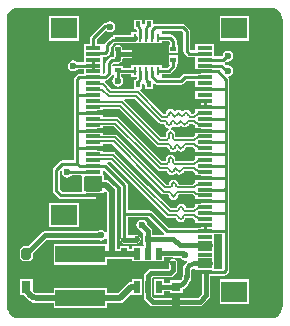
<source format=gtl>
G04*
G04 #@! TF.GenerationSoftware,Altium Limited,Altium Designer,21.3.2 (30)*
G04*
G04 Layer_Physical_Order=1*
G04 Layer_Color=255*
%FSLAX44Y44*%
%MOMM*%
G71*
G04*
G04 #@! TF.SameCoordinates,B60BEB59-0ECC-4B8A-8E76-113AF4395072*
G04*
G04*
G04 #@! TF.FilePolarity,Positive*
G04*
G01*
G75*
%ADD11C,0.2540*%
%ADD15C,0.1524*%
%ADD17R,1.3000X0.3000*%
%ADD18R,2.2000X1.8000*%
G04:AMPARAMS|DCode=19|XSize=1mm|YSize=0.8mm|CornerRadius=0mm|HoleSize=0mm|Usage=FLASHONLY|Rotation=90.000|XOffset=0mm|YOffset=0mm|HoleType=Round|Shape=Octagon|*
%AMOCTAGOND19*
4,1,8,0.2000,0.5000,-0.2000,0.5000,-0.4000,0.3000,-0.4000,-0.3000,-0.2000,-0.5000,0.2000,-0.5000,0.4000,-0.3000,0.4000,0.3000,0.2000,0.5000,0.0*
%
%ADD19OCTAGOND19*%

%ADD20R,0.8000X1.0000*%
%ADD21R,0.5000X0.4000*%
%ADD22R,0.4000X0.5000*%
%ADD23R,0.5500X1.0000*%
%ADD24R,0.7620X0.7620*%
%ADD25R,0.2800X0.6650*%
%ADD26R,2.4000X1.7000*%
%ADD27R,4.2000X1.4000*%
%ADD40C,0.5080*%
%ADD41C,0.3810*%
%ADD42C,0.6000*%
G36*
X217249Y252345D02*
X219690Y251334D01*
X221786Y249726D01*
X223394Y247630D01*
X224405Y245189D01*
X224746Y242598D01*
X224740Y242570D01*
Y0D01*
X224746Y-28D01*
X224405Y-2619D01*
X223394Y-5060D01*
X221786Y-7156D01*
X219690Y-8764D01*
X217249Y-9775D01*
X214658Y-10116D01*
X214630Y-10110D01*
X210820D01*
X2536Y-10110D01*
X2515Y-10110D01*
X1270Y-10110D01*
X62Y-9961D01*
X-1349Y-9775D01*
X-3790Y-8764D01*
X-5886Y-7156D01*
X-7494Y-5060D01*
X-8505Y-2619D01*
X-8846Y-28D01*
X-8840Y0D01*
Y240030D01*
Y243840D01*
X-8839D01*
X-8537Y246128D01*
X-7655Y248259D01*
X-6250Y250090D01*
X-4419Y251495D01*
X-2288Y252377D01*
X0Y252679D01*
Y252680D01*
X213360Y252680D01*
X214630D01*
X214658Y252686D01*
X217249Y252345D01*
D02*
G37*
%LPC*%
G36*
X105704Y242784D02*
X98656D01*
Y234736D01*
X100554D01*
X101371Y233835D01*
Y232284D01*
X96296D01*
Y229996D01*
X89114D01*
Y230024D01*
X81066D01*
Y228630D01*
X81001D01*
X79911Y228413D01*
X78987Y227795D01*
X78987Y227795D01*
X76726Y225534D01*
X76726Y225534D01*
X76726Y225534D01*
X74186Y222994D01*
X73594Y222109D01*
X72364Y221854D01*
Y221854D01*
X72364Y221854D01*
X67189D01*
Y225720D01*
X75045Y233576D01*
X75125Y233568D01*
X76622Y232568D01*
X78387Y232217D01*
X80152Y232568D01*
X81649Y233568D01*
X82648Y235065D01*
X82999Y236830D01*
X82648Y238595D01*
X81649Y240091D01*
X80152Y241091D01*
X78387Y241442D01*
X76622Y241091D01*
X75125Y240091D01*
X74914Y239774D01*
X74366D01*
X74366Y239774D01*
X73276Y239558D01*
X72351Y238940D01*
X72351Y238940D01*
X62326Y228914D01*
X61708Y227990D01*
X61491Y226900D01*
X61491Y226900D01*
Y221854D01*
X56316D01*
Y215806D01*
Y206611D01*
X50925D01*
X50695Y206956D01*
X49198Y207955D01*
X47433Y208307D01*
X45668Y207955D01*
X44172Y206956D01*
X43172Y205459D01*
X42821Y203694D01*
X43172Y201929D01*
X44172Y200432D01*
X45668Y199432D01*
X47433Y199081D01*
X49198Y199432D01*
X50695Y200432D01*
X51016Y200913D01*
X56316D01*
Y196679D01*
X52288D01*
X51198Y196462D01*
X50273Y195844D01*
X50273Y195844D01*
X48786Y194356D01*
X48168Y193432D01*
X47951Y192342D01*
X47951Y192342D01*
Y179070D01*
X47951Y179070D01*
X47951Y179070D01*
Y163830D01*
Y148590D01*
X47951Y148590D01*
X47951Y148590D01*
Y134620D01*
X47951Y134620D01*
X47951Y134620D01*
Y123499D01*
X38100D01*
X38100Y123499D01*
X37010Y123282D01*
X36086Y122664D01*
X36086Y122664D01*
X31006Y117584D01*
X30388Y116660D01*
X30171Y115570D01*
X30171Y115570D01*
Y97790D01*
X30171Y97790D01*
X30388Y96700D01*
X31006Y95776D01*
X34966Y91816D01*
X35890Y91198D01*
X36980Y90981D01*
X36980Y90981D01*
X64340D01*
X65430Y91198D01*
X66354Y91816D01*
X66972Y92740D01*
X67189Y93830D01*
X67089Y94331D01*
X67928Y95601D01*
X71179D01*
X71406Y95601D01*
X71406Y95601D01*
X72364Y95806D01*
Y95998D01*
X72572Y96084D01*
X73030Y96542D01*
X73197Y96947D01*
X74121Y97277D01*
X74686Y97254D01*
X75707Y96233D01*
X75749Y96025D01*
X75866Y95848D01*
Y62866D01*
X74596Y62481D01*
X74052Y63296D01*
X72555Y64296D01*
X70790Y64647D01*
X69025Y64296D01*
X67880Y63531D01*
X23175D01*
X23175Y63531D01*
X21837Y63265D01*
X20702Y62507D01*
X9200Y51004D01*
X4858D01*
X2096Y48242D01*
Y40718D01*
X4858Y37956D01*
X10382D01*
X13144Y40718D01*
Y45060D01*
X24623Y56538D01*
X67880D01*
X69025Y55773D01*
X70790Y55422D01*
X72555Y55773D01*
X74052Y56773D01*
X74596Y57588D01*
X75866Y57203D01*
Y53693D01*
X75864Y52424D01*
X30816D01*
Y35376D01*
X75864D01*
Y40047D01*
X96718D01*
Y37957D01*
X105266D01*
Y37957D01*
X106217D01*
Y37957D01*
X114765D01*
Y37957D01*
X115716Y37957D01*
Y37957D01*
X124264D01*
Y41394D01*
X128056D01*
Y41366D01*
X131837D01*
X132175Y41299D01*
X138056D01*
X138978Y39918D01*
X140475Y38918D01*
X142240Y38567D01*
X143243Y38767D01*
X143781Y37579D01*
X142933Y36928D01*
X141339Y34851D01*
X140337Y32432D01*
X139995Y29836D01*
X140014D01*
Y25552D01*
X140037Y25435D01*
X139639Y23435D01*
X138677Y21995D01*
X129285D01*
Y20066D01*
X124264D01*
Y23003D01*
X115716D01*
Y9955D01*
X124264D01*
Y13074D01*
X129285D01*
Y11327D01*
X139953D01*
Y14366D01*
X140787Y14711D01*
X143380Y16700D01*
X145369Y19293D01*
X146620Y22312D01*
X147046Y25552D01*
X147006D01*
Y29836D01*
X147008D01*
X147238Y30990D01*
X147892Y31969D01*
X148871Y32624D01*
X149456Y32740D01*
X150677Y31942D01*
X150726Y31873D01*
Y30806D01*
X155299D01*
X156042Y29536D01*
X155901Y28830D01*
X156118Y27740D01*
X156524Y27133D01*
Y10636D01*
X153072Y7184D01*
X134646D01*
X134646Y7184D01*
X134512Y7157D01*
X115897D01*
X113987Y9067D01*
Y16479D01*
Y23953D01*
X114478Y24444D01*
X129540D01*
X130878Y24710D01*
X132012Y25468D01*
X134552Y28008D01*
X134552Y28008D01*
X135310Y29142D01*
X135576Y30480D01*
Y36390D01*
X135310Y37728D01*
X134552Y38862D01*
X133418Y39620D01*
X132080Y39886D01*
X130742Y39620D01*
X129608Y38862D01*
X128850Y37728D01*
X128584Y36390D01*
Y31928D01*
X128092Y31436D01*
X113030D01*
X111692Y31170D01*
X110558Y30412D01*
X108019Y27873D01*
X107261Y26739D01*
X106995Y25401D01*
Y16479D01*
Y7619D01*
X107261Y6281D01*
X108019Y5147D01*
X111977Y1189D01*
X111977Y1189D01*
X113111Y431D01*
X114449Y165D01*
X114449Y165D01*
X134619D01*
X134753Y191D01*
X154520D01*
X155858Y457D01*
X156992Y1215D01*
X162492Y6715D01*
X162492Y6715D01*
X163250Y7850D01*
X163516Y9188D01*
Y26012D01*
X175042D01*
X175042Y26012D01*
X176132Y26229D01*
X177057Y26846D01*
X178544Y28334D01*
X178544Y28334D01*
X179162Y29258D01*
X179379Y30348D01*
Y63500D01*
X179379Y63500D01*
X179379Y63500D01*
Y78740D01*
X179379Y78740D01*
X179379Y78740D01*
Y88900D01*
X179379Y88900D01*
X179379Y88900D01*
Y100330D01*
Y109220D01*
X179379Y109220D01*
X179379Y109220D01*
Y118110D01*
X179379Y118110D01*
X179379Y118110D01*
Y129540D01*
X179379Y129540D01*
X179379Y129540D01*
Y138430D01*
X179379Y138430D01*
X179379Y138430D01*
Y148590D01*
X179379Y148590D01*
X179379Y148590D01*
Y158750D01*
X179379Y158750D01*
X179379Y158750D01*
Y168910D01*
X179379Y168910D01*
X179379Y168910D01*
Y182880D01*
Y191770D01*
X179379Y191770D01*
X179162Y192860D01*
X178634Y193650D01*
X178725Y194198D01*
X179090Y195035D01*
X179842Y195185D01*
X181339Y196185D01*
X182339Y197681D01*
X182690Y199446D01*
X182339Y201211D01*
X181339Y202708D01*
X179842Y203708D01*
X178077Y204059D01*
X176870Y203819D01*
X175744Y204944D01*
X175701Y205205D01*
X175986Y206499D01*
X176461Y206816D01*
X177095Y207449D01*
X178363Y207197D01*
X180128Y207548D01*
X181624Y208548D01*
X182624Y210045D01*
X182975Y211810D01*
X182624Y213575D01*
X181624Y215071D01*
X180128Y216071D01*
X178363Y216422D01*
X176597Y216071D01*
X175101Y215071D01*
X174101Y213575D01*
X173837Y212250D01*
X173267Y211679D01*
X166774D01*
Y221854D01*
X150726D01*
Y216679D01*
X146760D01*
X146359Y217080D01*
Y233040D01*
X146359Y233040D01*
X146142Y234130D01*
X145524Y235054D01*
X142344Y238234D01*
X141420Y238852D01*
X140330Y239069D01*
X140330Y239069D01*
X116732D01*
X116732Y239069D01*
X115973Y238918D01*
X114999Y239469D01*
X114703Y239752D01*
Y242783D01*
X107655D01*
Y239222D01*
X107190Y238670D01*
X105905Y238749D01*
X105710Y238847D01*
X105704Y238855D01*
Y242784D01*
D02*
G37*
G36*
X196244Y245854D02*
X171196D01*
Y224806D01*
X196244D01*
Y245854D01*
D02*
G37*
G36*
X51894D02*
X26846D01*
Y224806D01*
X51894D01*
Y245854D01*
D02*
G37*
G36*
Y87854D02*
X26846D01*
Y66806D01*
X51894D01*
Y87854D01*
D02*
G37*
G36*
X196244Y22854D02*
X171196D01*
Y1806D01*
X196244D01*
Y22854D01*
D02*
G37*
G36*
X13144Y23004D02*
X2096D01*
Y9956D01*
X5134D01*
X5282Y9599D01*
X7469Y6749D01*
X10319Y4562D01*
X13638Y3187D01*
X17200Y2718D01*
Y2756D01*
X30816D01*
Y-1624D01*
X75864D01*
Y2886D01*
X87040D01*
X88626Y3202D01*
X89970Y4100D01*
X95511Y9641D01*
X96718Y9955D01*
Y9955D01*
X96718Y9955D01*
X105266D01*
Y23003D01*
X96718D01*
Y20623D01*
X96489D01*
X94904Y20308D01*
X93559Y19409D01*
X85324Y11174D01*
X75864D01*
Y15424D01*
X30816D01*
Y11044D01*
X17200D01*
X17054Y11014D01*
X15097Y11404D01*
X13315Y12595D01*
X13144Y12850D01*
Y23004D01*
D02*
G37*
%LPD*%
G36*
X140661Y231860D02*
Y215900D01*
X140661Y215900D01*
X140878Y214810D01*
X141496Y213886D01*
X143566Y211816D01*
X143566Y211816D01*
X144490Y211198D01*
X145580Y210981D01*
X145580Y210981D01*
X150726D01*
Y200806D01*
X155299D01*
X156042Y199536D01*
X155901Y198830D01*
X156042Y198124D01*
X155299Y196854D01*
X150726D01*
Y196679D01*
X141760D01*
X141760Y196679D01*
X140670Y196462D01*
X139746Y195844D01*
X139746Y195844D01*
X137209Y193308D01*
X122487D01*
X122144Y194436D01*
X122144D01*
Y196436D01*
X128165D01*
X128165Y196436D01*
X129255Y196653D01*
X130180Y197271D01*
X134094Y201186D01*
X134094Y201186D01*
X134712Y202110D01*
X134929Y203200D01*
X134929Y203200D01*
Y205336D01*
X136104D01*
Y212384D01*
X128056D01*
Y205336D01*
X128473D01*
X128917Y204066D01*
X126985Y202134D01*
X122144D01*
Y204134D01*
X96296D01*
Y202134D01*
X89114D01*
Y203494D01*
X81066D01*
X80319Y204454D01*
Y204560D01*
X81149Y205390D01*
X84361D01*
X84361Y205390D01*
X84933Y205504D01*
X85091Y205473D01*
X86429Y205739D01*
X87563Y206497D01*
X88321Y207631D01*
X88587Y208969D01*
X89318Y209988D01*
X108594D01*
X109220Y209864D01*
X110558Y210130D01*
X111692Y210888D01*
X112450Y212022D01*
X112716Y213360D01*
X112450Y214698D01*
X111692Y215832D01*
X111568Y215957D01*
X110433Y216715D01*
X109095Y216981D01*
X89317D01*
X88587Y218000D01*
X88320Y219338D01*
X87563Y220472D01*
X87563Y220472D01*
X87562Y220472D01*
X86428Y221230D01*
X85090Y221496D01*
X83752Y221230D01*
X82618Y220472D01*
X81860Y219338D01*
X81594Y218000D01*
X81594Y217998D01*
Y211088D01*
X79969D01*
X79969Y211088D01*
X78879Y210871D01*
X77955Y210254D01*
X77955Y210254D01*
X75456Y207754D01*
X74838Y206830D01*
X74621Y205740D01*
X74621Y205740D01*
Y198030D01*
X73634Y197043D01*
X72364Y197557D01*
Y211211D01*
X74360D01*
X74360Y211211D01*
X75450Y211428D01*
X76374Y212046D01*
X78214Y213886D01*
X78214Y213886D01*
X78832Y214810D01*
X79049Y215900D01*
X79049Y215900D01*
Y219800D01*
X80754Y221506D01*
X80754Y221506D01*
X82181Y222932D01*
X84371D01*
X84371Y222932D01*
X84591Y222976D01*
X89114D01*
Y223004D01*
X96296D01*
Y222586D01*
X122144D01*
Y224586D01*
X128255D01*
X129232Y223609D01*
Y221383D01*
X128057D01*
Y214335D01*
X136105D01*
Y221383D01*
X134930D01*
Y224789D01*
X134930Y224789D01*
X134713Y225879D01*
X134095Y226803D01*
X134095Y226804D01*
X131449Y229449D01*
X130525Y230067D01*
X129435Y230284D01*
X129435Y230284D01*
X122144D01*
Y232284D01*
X122144D01*
X122585Y233371D01*
X139150D01*
X140661Y231860D01*
D02*
G37*
G36*
X150726Y185806D02*
X155299D01*
X156042Y184536D01*
X155901Y183830D01*
X156042Y183124D01*
X155299Y181854D01*
X150726D01*
Y175806D01*
X155299D01*
X156042Y174536D01*
X155901Y173830D01*
Y168830D01*
X156042Y168124D01*
X155299Y166854D01*
X150726D01*
Y164557D01*
X150516Y164515D01*
X149760Y164010D01*
X148689Y162939D01*
X146881D01*
X146711Y163796D01*
X145841Y165098D01*
X144538Y165968D01*
X143002Y166273D01*
X141466Y165968D01*
X140164Y165098D01*
X139236D01*
X137934Y165968D01*
X136398Y166273D01*
X134862Y165968D01*
X133560Y165098D01*
X132643Y165757D01*
X132633Y165769D01*
X132633Y165769D01*
X131330Y166640D01*
X129794Y166945D01*
X128258Y166640D01*
X126956Y165769D01*
X126086Y164467D01*
X125781Y162939D01*
X123772D01*
X104045Y182666D01*
X104571Y183936D01*
X105704D01*
Y187865D01*
X105710Y187873D01*
X105905Y187971D01*
X107190Y188050D01*
X107655Y187497D01*
Y183935D01*
X114703D01*
Y188219D01*
X115877Y188705D01*
X116136Y188445D01*
X117060Y187827D01*
X118151Y187611D01*
X118151Y187611D01*
X138389D01*
X138389Y187611D01*
X139480Y187827D01*
X140404Y188445D01*
X142940Y190981D01*
X150726D01*
Y185806D01*
D02*
G37*
G36*
X96296Y194436D02*
X101371D01*
Y192885D01*
X100554Y191984D01*
X98656D01*
Y183941D01*
X79654D01*
X73884Y189711D01*
X73888Y189835D01*
X74283Y190981D01*
X74450D01*
X74450Y190981D01*
X75540Y191198D01*
X76464Y191816D01*
X79484Y194836D01*
X79484Y194836D01*
X80102Y195760D01*
X80971Y196378D01*
X81215Y196327D01*
X82241Y195510D01*
Y194037D01*
X81828Y193762D01*
X80829Y192265D01*
X80477Y190500D01*
X80829Y188735D01*
X81828Y187238D01*
X83325Y186238D01*
X85090Y185887D01*
X86855Y186238D01*
X88352Y187238D01*
X89352Y188735D01*
X89703Y190500D01*
X89352Y192265D01*
X88352Y193762D01*
X87939Y194037D01*
Y196436D01*
X96296D01*
Y194436D01*
D02*
G37*
G36*
X149760Y153650D02*
X150516Y153145D01*
X150726Y153103D01*
Y150806D01*
X155299D01*
X156042Y149536D01*
X155901Y148830D01*
X156042Y148124D01*
X155299Y146854D01*
X150726D01*
Y144557D01*
X150516Y144515D01*
X149760Y144010D01*
X148689Y142939D01*
X133776D01*
Y145663D01*
X133808D01*
X133503Y147199D01*
X132633Y148502D01*
X131330Y149372D01*
X130286Y149579D01*
X130160Y150001D01*
X130152Y150901D01*
X131236Y151625D01*
X131307Y151731D01*
X132953Y152034D01*
X133465Y151692D01*
X135001Y151387D01*
X136537Y151692D01*
X137839Y152562D01*
X139182Y152285D01*
X140069Y151692D01*
X141605Y151387D01*
X143141Y151692D01*
X144444Y152562D01*
X145314Y153865D01*
X145484Y154721D01*
X148689D01*
X149760Y153650D01*
D02*
G37*
G36*
X117732Y157358D02*
X119686Y155404D01*
X120442Y154899D01*
X121334Y154721D01*
X123220D01*
X124383Y154463D01*
X124689Y152927D01*
X125559Y151625D01*
X126861Y150755D01*
X127905Y150547D01*
X128032Y150125D01*
X128039Y149225D01*
X126956Y148502D01*
X126086Y147199D01*
X125780Y145663D01*
X125812D01*
Y142939D01*
X121926D01*
X90412Y174453D01*
X90815Y175649D01*
X90874Y175723D01*
X99367D01*
X117732Y157358D01*
D02*
G37*
G36*
X117840Y135404D02*
X118596Y134899D01*
X119488Y134721D01*
X126673D01*
X127812Y134404D01*
X128118Y132868D01*
X128988Y131565D01*
X130290Y130695D01*
X131826Y130390D01*
X133362Y130695D01*
X134665Y131565D01*
X134982Y132041D01*
X135592D01*
X136894Y131170D01*
X138430Y130865D01*
X139966Y131170D01*
X141269Y132041D01*
X142139Y133343D01*
X142413Y134721D01*
X148689D01*
X149760Y133650D01*
X150516Y133145D01*
X150726Y133103D01*
Y130806D01*
X155299D01*
X156042Y129536D01*
X155901Y128830D01*
X156042Y128124D01*
X155299Y126854D01*
X150726D01*
Y124557D01*
X150516Y124515D01*
X149760Y124010D01*
X148689Y122939D01*
X133776D01*
Y124628D01*
X133808D01*
X133503Y126164D01*
X132633Y127466D01*
X131330Y128336D01*
X129794Y128642D01*
X128258Y128336D01*
X126956Y127466D01*
X126086Y126164D01*
X125780Y124628D01*
X125812D01*
Y122939D01*
X122876D01*
X113383Y132433D01*
X86059Y159756D01*
X85303Y160261D01*
X84411Y160439D01*
X72364D01*
Y161854D01*
X67791D01*
X67048Y163124D01*
X67189Y163830D01*
X67048Y164536D01*
X67791Y165806D01*
X72364D01*
Y167221D01*
X86023D01*
X117840Y135404D01*
D02*
G37*
G36*
X108829Y125365D02*
X118790Y115404D01*
X119546Y114899D01*
X120438Y114721D01*
X126581D01*
X126847Y113381D01*
X127718Y112079D01*
X129020Y111209D01*
X130556Y110903D01*
X132092Y111209D01*
X133203Y111951D01*
X134322Y112562D01*
X135624Y111692D01*
X137160Y111387D01*
X138696Y111692D01*
X139999Y112562D01*
X140869Y113865D01*
X141039Y114721D01*
X148689D01*
X149760Y113650D01*
X150516Y113145D01*
X150726Y113103D01*
Y110806D01*
X155299D01*
X156042Y109536D01*
X155901Y108830D01*
X156042Y108124D01*
X155299Y106854D01*
X150726D01*
Y104557D01*
X150516Y104515D01*
X149760Y104010D01*
X148689Y102939D01*
X137348D01*
X136348Y103592D01*
X136043Y105128D01*
X135173Y106431D01*
X133870Y107301D01*
X132334Y107606D01*
X130798Y107301D01*
X129496Y106431D01*
X128625Y105128D01*
X128320Y103592D01*
X127321Y102939D01*
X126366D01*
X118463Y110843D01*
X118463Y110843D01*
X84549Y144756D01*
X83793Y145261D01*
X82901Y145439D01*
X72364D01*
Y146854D01*
X67791D01*
X67048Y148124D01*
X67189Y148830D01*
X67048Y149536D01*
X67791Y150806D01*
X72364D01*
Y152221D01*
X81973D01*
X108829Y125365D01*
D02*
G37*
G36*
X71863Y109897D02*
X71863Y97709D01*
X71406Y97251D01*
X57250Y97251D01*
X56569Y97823D01*
Y109839D01*
X57219Y110490D01*
X71270D01*
X71863Y109897D01*
D02*
G37*
G36*
X37826Y114469D02*
X37655Y113609D01*
X38007Y111844D01*
X39007Y110347D01*
X40503Y109347D01*
X42268Y108996D01*
X44033Y109347D01*
X45530Y110347D01*
X45880Y110871D01*
X54230D01*
X54919Y109839D01*
Y97823D01*
X54763Y97503D01*
X54015Y96679D01*
X38160D01*
X35869Y98970D01*
Y114333D01*
X36744Y115033D01*
X37826Y114469D01*
D02*
G37*
G36*
X113909Y103775D02*
X113909Y103775D01*
X122280Y95404D01*
X123036Y94899D01*
X123928Y94721D01*
X127183D01*
X128182Y94068D01*
X128488Y92532D01*
X129358Y91229D01*
X130660Y90359D01*
X132197Y90054D01*
X133733Y90359D01*
X135035Y91229D01*
X135905Y92532D01*
X136211Y94068D01*
X137210Y94721D01*
X148689D01*
X149760Y93650D01*
X150516Y93145D01*
X150726Y93103D01*
Y90806D01*
X155299D01*
X156042Y89536D01*
X155901Y88830D01*
X156042Y88124D01*
X155299Y86854D01*
X150726D01*
Y84557D01*
X150516Y84515D01*
X149760Y84010D01*
X148689Y82939D01*
X142622D01*
X142393Y84093D01*
X141523Y85395D01*
X140220Y86265D01*
X138684Y86571D01*
X137148Y86265D01*
X135846Y85395D01*
X134976Y84093D01*
X134746Y82939D01*
X129856D01*
X110843Y101952D01*
X110843Y101953D01*
X83039Y129756D01*
X82283Y130261D01*
X81391Y130439D01*
X72364D01*
Y131854D01*
X67791D01*
X67048Y133124D01*
X67189Y133830D01*
X67048Y134536D01*
X67791Y135806D01*
X72364D01*
Y137221D01*
X80463D01*
X113909Y103775D01*
D02*
G37*
G36*
X106289Y94885D02*
X125770Y75404D01*
X126526Y74899D01*
X127418Y74721D01*
X134365D01*
X134594Y73567D01*
X135465Y72265D01*
X136767Y71395D01*
X138303Y71089D01*
X139839Y71395D01*
X141142Y72265D01*
X142012Y73567D01*
X142241Y74721D01*
X148689D01*
X149760Y73650D01*
X150516Y73145D01*
X150726Y73103D01*
Y70806D01*
X155299D01*
X156042Y69536D01*
X155901Y68830D01*
Y66679D01*
X127850D01*
X114050Y80479D01*
X113126Y81096D01*
X112036Y81313D01*
X112035Y81313D01*
X93527D01*
Y102362D01*
X93527Y102362D01*
X93310Y103452D01*
X92692Y104376D01*
X92692Y104376D01*
X76224Y120844D01*
X76065Y120951D01*
X76450Y122221D01*
X78953D01*
X106289Y94885D01*
D02*
G37*
G36*
X87829Y101182D02*
Y78464D01*
Y58448D01*
X87448Y57877D01*
X87182Y56539D01*
X87448Y55201D01*
X88206Y54067D01*
X89340Y53309D01*
X90678Y53043D01*
X100799D01*
X102137Y53309D01*
X103271Y54067D01*
X103382Y54178D01*
X104140Y55312D01*
X104406Y56650D01*
Y57150D01*
X104140Y58488D01*
X103382Y59622D01*
X102248Y60380D01*
X100910Y60646D01*
X99572Y60380D01*
X99056Y60035D01*
X93527D01*
Y75616D01*
X110856D01*
X124556Y61915D01*
X124509Y61495D01*
X124121Y60645D01*
X113986D01*
Y63500D01*
X113986Y63500D01*
X113720Y64838D01*
X112962Y65972D01*
X109940Y68994D01*
X109671Y70345D01*
X108672Y71842D01*
X107175Y72842D01*
X105410Y73193D01*
X103645Y72842D01*
X102148Y71842D01*
X101149Y70345D01*
X100797Y68580D01*
X101149Y66815D01*
X102148Y65318D01*
X103645Y64318D01*
X104996Y64050D01*
X106602Y62443D01*
X106385Y61173D01*
X106385D01*
Y53125D01*
X106697D01*
X106913Y51855D01*
X106217Y51005D01*
X105266D01*
Y51005D01*
X96718D01*
Y48334D01*
X94701D01*
Y51064D01*
X86653D01*
Y48334D01*
X84154D01*
Y95848D01*
X84271Y96025D01*
X84623Y97790D01*
X84271Y99555D01*
X83272Y101052D01*
X81775Y102051D01*
X81567Y102093D01*
X77940Y105720D01*
X76596Y106618D01*
X75010Y106934D01*
X73513D01*
Y109897D01*
X73030Y111063D01*
X72436Y111656D01*
X72364Y111686D01*
Y114851D01*
X73634Y115377D01*
X87829Y101182D01*
D02*
G37*
G36*
X173681Y31709D02*
X166774D01*
Y35654D01*
X166913Y36351D01*
X166774Y37049D01*
Y40806D01*
Y45806D01*
Y50806D01*
Y51054D01*
X166857Y51472D01*
X166774Y51890D01*
Y55806D01*
Y60981D01*
X173681D01*
Y31709D01*
D02*
G37*
D11*
X104220Y233835D02*
G03*
X102180Y238760I-6965J0D01*
G01*
X111179Y238759D02*
G03*
X109220Y234029I4730J-4730D01*
G01*
Y192689D02*
G03*
X111179Y187959I6689J0D01*
G01*
X102180Y187960D02*
G03*
X104220Y192885I-4925J4925D01*
G01*
X176530Y30348D02*
Y63500D01*
X158750Y63830D02*
X176200D01*
X176530Y63500D01*
Y182880D02*
Y191770D01*
X158750Y28830D02*
X158781Y28861D01*
X175042D01*
X176530Y30348D01*
Y63500D02*
Y78740D01*
X52620Y118830D02*
X74210D01*
X90678Y78464D02*
Y102362D01*
X74210Y118830D02*
X90678Y102362D01*
Y56539D02*
Y78464D01*
X126670Y63830D02*
X158750D01*
X112036Y78464D02*
X126670Y63830D01*
X90678Y78464D02*
X112036D01*
X176530Y168910D02*
Y182880D01*
X175580Y183830D02*
X176530Y182880D01*
X158750Y183830D02*
X175580D01*
X176530Y158750D02*
Y168910D01*
X158750Y168830D02*
X176450D01*
X176530Y168910D01*
X158750Y168830D02*
Y173830D01*
X176530Y148590D02*
Y158750D01*
X176450Y158830D02*
X176530Y158750D01*
X158750Y158830D02*
X176450D01*
X176530Y138430D02*
Y148590D01*
X158750Y148830D02*
X176290D01*
X176530Y148590D01*
Y129540D02*
Y138430D01*
X176130Y138830D02*
X176530Y138430D01*
X158750Y138830D02*
X176130D01*
X176530Y118110D02*
Y129540D01*
X175820Y128830D02*
X176530Y129540D01*
X158750Y128830D02*
X175820D01*
X176530Y109220D02*
Y118110D01*
X175810Y118830D02*
X176530Y118110D01*
X158750Y118830D02*
X175810D01*
X176530Y100330D02*
Y109220D01*
X158750Y108830D02*
X176140D01*
X176530Y109220D01*
Y88900D02*
Y100330D01*
X158750Y98830D02*
X175030D01*
X176530Y100330D01*
Y78740D02*
Y88900D01*
X158750Y88830D02*
X176460D01*
X176530Y88900D01*
X176440Y78830D02*
X176530Y78740D01*
X158750Y78830D02*
X176440D01*
X169470Y198830D02*
X176530Y191770D01*
X158750Y198830D02*
X169470D01*
X158750Y63830D02*
Y68830D01*
X85090Y190500D02*
Y199970D01*
X85775Y199285D01*
X99220D01*
X33020Y115570D02*
X38100Y120650D01*
X50800D01*
X33020Y97790D02*
Y115570D01*
X36980Y93830D02*
X64340D01*
X33020Y97790D02*
X36980Y93830D01*
X50800Y163830D02*
Y179070D01*
Y148590D02*
Y163830D01*
X64340D01*
X50800Y134620D02*
Y148590D01*
X51040Y148830D02*
X64340D01*
X50800Y148590D02*
X51040Y148830D01*
X50800Y120650D02*
Y134620D01*
X51590Y133830D01*
X64340D01*
X50800Y179070D02*
Y192342D01*
Y179070D02*
X51040Y178830D01*
X64340D01*
X52288Y193830D02*
X64340D01*
X50800Y192342D02*
X52288Y193830D01*
X50800Y120650D02*
X52620Y118830D01*
X172830Y203830D02*
X177214Y199446D01*
X158750Y203830D02*
X172830D01*
X177214Y199446D02*
X178077D01*
X158750Y208830D02*
X174447D01*
X177426Y211810D01*
X178363D01*
X42379Y113720D02*
X64229D01*
X64272Y203762D02*
X64340Y203830D01*
X42268Y113609D02*
X42379Y113720D01*
X47433Y203694D02*
X47501Y203762D01*
X64229Y113720D02*
X64340Y113830D01*
X47501Y203762D02*
X64272D01*
X79969Y208239D02*
X84361D01*
X77470Y205740D02*
X79969Y208239D01*
X84361D02*
X85091Y208969D01*
X77470Y196850D02*
Y205740D01*
X74450Y193830D02*
X77470Y196850D01*
X64340Y193830D02*
X74450D01*
X64340Y203830D02*
Y208830D01*
Y198830D02*
Y203830D01*
Y226900D02*
X74366Y236926D01*
X78381D01*
X64340Y218830D02*
Y226900D01*
X84371Y225781D02*
X85090Y226500D01*
X78740Y223520D02*
X78740D01*
X81001Y225781D02*
X84371D01*
X78740Y223520D02*
X81001Y225781D01*
X76200Y220980D02*
X78740Y223520D01*
X76200Y215900D02*
Y220980D01*
X64570Y214060D02*
X74360D01*
X76200Y215900D01*
X64340Y213830D02*
X64570Y214060D01*
X140330Y236220D02*
X143510Y233040D01*
X116732Y236220D02*
X140330D01*
X143510Y215900D02*
Y233040D01*
X132081Y217859D02*
Y224789D01*
X129435Y227435D02*
X132081Y224789D01*
X119220Y227435D02*
X129435D01*
X132080Y203200D02*
Y208860D01*
X128165Y199285D02*
X132080Y203200D01*
X119220Y199285D02*
X128165D01*
X138389Y190459D02*
X141760Y193830D01*
X114350Y194260D02*
X118151Y190459D01*
X138389D01*
X141760Y193830D02*
X158750D01*
X114350Y194260D02*
Y199155D01*
X114220Y199285D02*
X114350Y199155D01*
X145580Y213830D02*
X158750D01*
X143510Y215900D02*
X145580Y213830D01*
X114220Y227435D02*
Y233708D01*
X116732Y236220D01*
X104220Y227435D02*
Y233835D01*
X109220Y227435D02*
Y234029D01*
Y192689D02*
Y199285D01*
X104220Y192885D02*
Y199285D01*
D15*
X140462Y117052D02*
G03*
X138811Y115401I0J-1651D01*
G01*
X135509Y115401D02*
G03*
X138811Y115401I1651J0D01*
G01*
X135509Y115401D02*
G03*
X132207Y115401I-1651J0D01*
G01*
X128905Y114917D02*
G03*
X132207Y114917I1651J0D01*
G01*
X128905Y115401D02*
G03*
X127254Y117052I-1651J0D01*
G01*
X141732Y137052D02*
G03*
X140081Y135401I0J-1651D01*
G01*
X136779Y134879D02*
G03*
X140081Y134879I1651J0D01*
G01*
X136779Y135401D02*
G03*
X133477Y135401I-1651J0D01*
G01*
X130175Y134404D02*
G03*
X133477Y134404I1651J0D01*
G01*
X130175Y135401D02*
G03*
X128524Y137052I-1651J0D01*
G01*
X133985Y102259D02*
G03*
X135636Y100608I1651J0D01*
G01*
X133985Y103592D02*
G03*
X130683Y103592I-1651J0D01*
G01*
X129032Y100608D02*
G03*
X130683Y102259I0J1651D01*
G01*
X144653Y162259D02*
G03*
X146304Y160608I1651J0D01*
G01*
X144653Y162259D02*
G03*
X141351Y162259I-1651J0D01*
G01*
X138049Y162259D02*
G03*
X141351Y162259I1651J0D01*
G01*
X138049Y162259D02*
G03*
X134747Y162259I-1651J0D01*
G01*
X131445Y162259D02*
G03*
X134747Y162259I1651J0D01*
G01*
X131445Y162931D02*
G03*
X128143Y162931I-1651J0D01*
G01*
X126492Y160608D02*
G03*
X128143Y162259I0J1651D01*
G01*
X144907Y157052D02*
G03*
X143256Y155401I0J-1651D01*
G01*
X139954Y155401D02*
G03*
X143256Y155401I1651J0D01*
G01*
X139954Y155401D02*
G03*
X136652Y155401I-1651J0D01*
G01*
X133350Y155401D02*
G03*
X136652Y155401I1651J0D01*
G01*
X133350Y155401D02*
G03*
X130048Y155401I-1651J0D01*
G01*
X126746Y154463D02*
G03*
X130048Y154463I1651J0D01*
G01*
X126746Y155401D02*
G03*
X125095Y157052I-1651J0D01*
G01*
X131445Y142259D02*
G03*
X133096Y140608I1651J0D01*
G01*
X131445Y145663D02*
G03*
X128143Y145663I-1651J0D01*
G01*
X126492Y140608D02*
G03*
X128143Y142259I0J1651D01*
G01*
X131445Y122259D02*
G03*
X133096Y120608I1651J0D01*
G01*
X131445Y124628D02*
G03*
X128143Y124628I-1651J0D01*
G01*
X126492Y120608D02*
G03*
X128143Y122259I0J1651D01*
G01*
X135499Y97052D02*
G03*
X133848Y95401I0J-1651D01*
G01*
X130546Y94068D02*
G03*
X133848Y94068I1651J0D01*
G01*
X130546Y95401D02*
G03*
X128895Y97052I-1651J0D01*
G01*
X141605Y77052D02*
G03*
X139954Y75401I0J-1651D01*
G01*
X136652Y75104D02*
G03*
X139954Y75104I1651J0D01*
G01*
X136652Y75401D02*
G03*
X135001Y77052I-1651J0D01*
G01*
X140335Y82259D02*
G03*
X141986Y80608I1651J0D01*
G01*
X140335Y82556D02*
G03*
X137033Y82556I-1651J0D01*
G01*
X135382Y80608D02*
G03*
X137033Y82259I0J1651D01*
G01*
X140462Y117052D02*
X146050D01*
X138811Y115401D02*
Y115401D01*
X135509Y115401D02*
Y115401D01*
X132207Y114917D02*
Y115401D01*
X128905Y114917D02*
Y115401D01*
X123190Y117052D02*
X127254D01*
X146050D02*
X149654D01*
X120438D02*
X123190D01*
X149654D02*
X151408Y115298D01*
X141732Y137052D02*
X147320D01*
X140081Y134879D02*
Y135401D01*
X136779Y134879D02*
Y135401D01*
X133477Y134404D02*
Y135401D01*
X130175Y134404D02*
Y135401D01*
X124460Y137052D02*
X128524D01*
X147320D02*
X149654D01*
X119488D02*
X124460D01*
X135636Y100608D02*
X144711D01*
X133985Y102259D02*
Y103592D01*
X130683Y102259D02*
Y103592D01*
X128270Y100608D02*
X129032D01*
X144711D02*
X149654D01*
X153750Y163830D02*
X156339D01*
X152282Y162362D02*
X153750Y163830D01*
X151408Y162362D02*
X152282D01*
X149654Y160608D02*
X151408Y162362D01*
X146304Y160608D02*
X149654D01*
X144653Y162259D02*
Y162259D01*
X141351Y162259D02*
Y162259D01*
X138049Y162259D02*
Y162259D01*
X134747Y162259D02*
Y162259D01*
X131445Y162259D02*
Y162931D01*
X128143Y162259D02*
Y162931D01*
X125730Y160608D02*
X126492D01*
X156339Y163830D02*
X158750D01*
X152282Y155298D02*
X152375Y155205D01*
X151408Y155298D02*
X152282D01*
X149654Y157052D02*
X151408Y155298D01*
X144907Y157052D02*
X149654D01*
X143256Y155401D02*
Y155401D01*
X139954Y155401D02*
Y155401D01*
X136652Y155401D02*
Y155401D01*
X133350Y155401D02*
Y155401D01*
X130048Y154463D02*
Y155401D01*
X126746Y154463D02*
Y155401D01*
X121334Y157052D02*
X125095D01*
X119380Y159006D02*
X121334Y157052D01*
X152375Y155205D02*
X153750Y153830D01*
X100332Y178054D02*
X119380Y159006D01*
X122807Y160608D02*
X125730D01*
X133096Y140608D02*
X144780D01*
X131445Y142259D02*
Y145663D01*
X128143Y142259D02*
Y145663D01*
X125730Y140608D02*
X126492D01*
X144780D02*
X149654D01*
X120961D02*
X125730D01*
X84411Y158108D02*
X111734Y130785D01*
X121911Y120608D01*
X82938Y154552D02*
X110477Y127013D01*
Y127013D02*
X120438Y117052D01*
X110477Y127013D02*
Y127013D01*
X121911Y120608D02*
X125730D01*
X65062Y158108D02*
X84411D01*
X65062Y154552D02*
X82938D01*
X133096Y120608D02*
X140970D01*
X131445Y122259D02*
Y124628D01*
X128143Y122259D02*
Y124628D01*
X125730Y120608D02*
X126492D01*
X140970D02*
X149654D01*
X145048Y97052D02*
X149654D01*
X135499D02*
X145048D01*
X133848Y94068D02*
Y95401D01*
X130546Y94068D02*
Y95401D01*
X124831Y97052D02*
X128895D01*
X123928D02*
X124831D01*
X115557Y105423D02*
X123928Y97052D01*
X125401Y100608D02*
X128270D01*
X141605Y77052D02*
X148273D01*
X139954Y75104D02*
Y75401D01*
X136652Y75104D02*
Y75401D01*
X130937Y77052D02*
X135001D01*
X148273D02*
X149654D01*
X141986Y80608D02*
X149654D01*
X140335Y82259D02*
Y82556D01*
X137033Y82259D02*
Y82556D01*
X134620Y80608D02*
X135382D01*
X128891D02*
X134620D01*
X81391Y128108D02*
X109194Y100304D01*
X107937Y96533D02*
X127418Y77052D01*
X130937D01*
X151408Y75298D02*
X152282D01*
X149654Y77052D02*
X151408Y75298D01*
X65062Y173108D02*
X88461D01*
X86988Y169552D02*
X119488Y137052D01*
X88461Y173108D02*
X120961Y140608D01*
X65062Y169552D02*
X86988D01*
X71759Y183511D02*
X77216Y178054D01*
X100332D01*
X78689Y181610D02*
X101805D01*
X72207Y188092D02*
X78689Y181610D01*
X101805D02*
X122807Y160608D01*
X65078Y188092D02*
X72207D01*
X64340Y188830D02*
X65078Y188092D01*
X64659Y183511D02*
X71759D01*
X64340Y183830D02*
X64659Y183511D01*
X153750Y153830D02*
X158750D01*
X64340Y168830D02*
X65062Y169552D01*
X152282Y135298D02*
X153750Y133830D01*
X151408Y135298D02*
X152282D01*
X64340Y173830D02*
X65062Y173108D01*
X149654Y137052D02*
X151408Y135298D01*
X153750Y143830D02*
X158750D01*
X152282Y142362D02*
X153750Y143830D01*
X151408Y142362D02*
X152282D01*
X153750Y133830D02*
X158750D01*
X149654Y140608D02*
X151408Y142362D01*
X153750Y113830D02*
X158750D01*
X151408Y115298D02*
X152282D01*
X151408Y122362D02*
X152282D01*
X153750Y123830D02*
X158750D01*
X152282Y115298D02*
X153750Y113830D01*
X149654Y120608D02*
X151408Y122362D01*
X152282D02*
X153750Y123830D01*
X64340Y153830D02*
X65062Y154552D01*
X64340Y158830D02*
X65062Y158108D01*
X153750Y93830D02*
X158750D01*
X152282Y95298D02*
X153750Y93830D01*
X116814Y109194D02*
X125401Y100608D01*
X149654D02*
X151408Y102362D01*
Y95298D02*
X152282D01*
Y102362D02*
X153750Y103830D01*
X149654Y97052D02*
X151408Y95298D01*
Y102362D02*
X152282D01*
X153750Y103830D02*
X158750D01*
X82901Y143108D02*
X116814Y109194D01*
X115557Y105423D02*
Y105423D01*
X65062Y143108D02*
X82901D01*
X81428Y139552D02*
X115557Y105423D01*
X64340Y143830D02*
X65062Y143108D01*
X64340Y138830D02*
X65062Y139552D01*
X81428D01*
X153750Y73830D02*
X158750D01*
X152282Y75298D02*
X153750Y73830D01*
X109194Y100304D02*
X128891Y80608D01*
X151408Y82362D02*
X152282D01*
X149654Y80608D02*
X151408Y82362D01*
X153750Y83830D02*
X158750D01*
X152282Y82362D02*
X153750Y83830D01*
X107937Y96533D02*
Y96533D01*
X79918Y124552D02*
X107937Y96533D01*
X65062Y128108D02*
X81391D01*
X65062Y124552D02*
X79918D01*
X64340Y128830D02*
X65062Y128108D01*
X64340Y123830D02*
X65062Y124552D01*
X110200Y44772D02*
X110491Y44481D01*
D17*
X158750Y218830D02*
D03*
Y213830D02*
D03*
Y208830D02*
D03*
Y203830D02*
D03*
Y198830D02*
D03*
Y193830D02*
D03*
Y188830D02*
D03*
Y183830D02*
D03*
Y178830D02*
D03*
Y173830D02*
D03*
Y168830D02*
D03*
Y163830D02*
D03*
Y158830D02*
D03*
Y153830D02*
D03*
Y148830D02*
D03*
Y143830D02*
D03*
Y138830D02*
D03*
Y133830D02*
D03*
Y128830D02*
D03*
Y123830D02*
D03*
Y118830D02*
D03*
Y113830D02*
D03*
Y108830D02*
D03*
Y103830D02*
D03*
Y98830D02*
D03*
Y93830D02*
D03*
Y88830D02*
D03*
Y83830D02*
D03*
Y78830D02*
D03*
Y73830D02*
D03*
Y58830D02*
D03*
Y53830D02*
D03*
Y48830D02*
D03*
Y43830D02*
D03*
Y38830D02*
D03*
Y33830D02*
D03*
Y28830D02*
D03*
Y63830D02*
D03*
Y68830D02*
D03*
X64340Y93830D02*
D03*
Y98830D02*
D03*
Y103830D02*
D03*
Y108830D02*
D03*
Y113830D02*
D03*
Y118830D02*
D03*
Y123830D02*
D03*
Y128830D02*
D03*
Y133830D02*
D03*
Y138830D02*
D03*
Y143830D02*
D03*
Y148830D02*
D03*
Y153830D02*
D03*
Y158830D02*
D03*
Y163830D02*
D03*
Y168830D02*
D03*
Y173830D02*
D03*
Y188830D02*
D03*
Y193830D02*
D03*
Y198830D02*
D03*
Y203830D02*
D03*
Y208830D02*
D03*
Y213830D02*
D03*
Y218830D02*
D03*
Y183830D02*
D03*
Y178830D02*
D03*
D18*
X183720Y235330D02*
D03*
X183720Y12330D02*
D03*
X39370Y77330D02*
D03*
Y235330D02*
D03*
D19*
X7620Y44480D02*
D03*
D20*
Y16480D02*
D03*
D21*
X132080Y44890D02*
D03*
Y36390D02*
D03*
X90677Y47540D02*
D03*
X90678Y56539D02*
D03*
X85091Y208969D02*
D03*
X85090Y199970D02*
D03*
Y218000D02*
D03*
Y226500D02*
D03*
X132081Y217859D02*
D03*
X132080Y208860D02*
D03*
D22*
X109909Y57149D02*
D03*
X100910Y57150D02*
D03*
X111179Y187959D02*
D03*
X102180Y187960D02*
D03*
X111179Y238759D02*
D03*
X102180Y238760D02*
D03*
D23*
X119990Y16479D02*
D03*
X110491D02*
D03*
X100992D02*
D03*
Y44481D02*
D03*
X110491D02*
D03*
X119990Y44481D02*
D03*
D24*
X134619Y16661D02*
D03*
Y3661D02*
D03*
D25*
X119220Y227435D02*
D03*
X114220D02*
D03*
X109220D02*
D03*
X104220D02*
D03*
X99220D02*
D03*
Y199285D02*
D03*
X104220D02*
D03*
X109220D02*
D03*
X114220D02*
D03*
X119220D02*
D03*
D26*
X109220Y213360D02*
D03*
D27*
X53340Y6900D02*
D03*
Y43900D02*
D03*
D40*
X7620Y16480D02*
G03*
X17200Y6900I9580J0D01*
G01*
X80010Y44191D02*
X100782D01*
X53631D02*
X80010D01*
X75010Y102790D02*
X80010Y97790D01*
X64340Y103830D02*
X65380Y102790D01*
X75010D01*
X80010Y44191D02*
Y97790D01*
X53340Y6900D02*
X58420D01*
X17200D02*
X53340D01*
X100782Y44191D02*
X100992Y44401D01*
X53340Y43900D02*
X53631Y44191D01*
X100992Y44401D02*
Y44481D01*
X87040Y7030D02*
X96489Y16479D01*
X58420Y6900D02*
X58550Y7030D01*
X87040D01*
X96489Y16479D02*
X100992D01*
D41*
X134528Y16570D02*
G03*
X143510Y25552I0J8982D01*
G01*
X150026Y36351D02*
G03*
X143510Y29836I0J-6516D01*
G01*
X99220Y227005D02*
Y227435D01*
X98715Y226500D02*
X99220Y227005D01*
X85090Y226500D02*
X98715D01*
X85090Y213485D02*
Y218000D01*
Y208970D02*
Y213485D01*
X109095D02*
X109220Y213360D01*
X85090Y213485D02*
X109095D01*
X85090Y208970D02*
X85091Y208969D01*
X85090Y218000D02*
X85090Y218000D01*
X132175Y44795D02*
X140032D01*
X141647Y43180D02*
X142240D01*
X132080Y44890D02*
X132175Y44795D01*
X140032D02*
X141647Y43180D01*
X100799Y56539D02*
X100910Y56650D01*
Y57150D01*
X90678Y56539D02*
X100799D01*
X154520Y3687D02*
X160020Y9188D01*
Y27716D01*
X134619Y3661D02*
X134646Y3687D01*
X154520D01*
X114449Y3661D02*
X134619D01*
X110491Y7619D02*
X114449Y3661D01*
X110491Y7619D02*
Y16479D01*
X129540Y27940D02*
X132080Y30480D01*
Y36390D01*
X113030Y27940D02*
X129540D01*
X110491Y25401D02*
X113030Y27940D01*
X110491Y16479D02*
Y25401D01*
X120399Y44890D02*
X132080D01*
X119990Y44481D02*
X120399Y44890D01*
X23175Y60035D02*
X70790D01*
X7620Y44480D02*
Y44596D01*
X9715Y46691D01*
X9831D01*
X23175Y60035D01*
X137758Y51472D02*
X163361D01*
X110490Y57149D02*
Y63500D01*
Y45454D02*
Y57149D01*
X132081D01*
X109909D02*
X110490D01*
X132081D02*
X137758Y51472D01*
X110004Y44968D02*
X110490Y45454D01*
X105410Y68580D02*
X110490Y63500D01*
X143510Y25552D02*
Y29836D01*
X150026Y36351D02*
X163417D01*
X120081Y16570D02*
X134528D01*
X119990Y16479D02*
X120081Y16570D01*
X110004Y44968D02*
X110200Y44772D01*
D42*
X77185Y133838D02*
D03*
Y148852D02*
D03*
Y163830D02*
D03*
X118110Y177800D02*
D03*
X130810D02*
D03*
X143510D02*
D03*
Y147320D02*
D03*
Y128270D02*
D03*
Y107950D02*
D03*
Y89911D02*
D03*
X100330Y91440D02*
D03*
X80010Y97790D02*
D03*
X85090Y190500D02*
D03*
X105410Y68580D02*
D03*
X70790Y60035D02*
D03*
X178077Y199446D02*
D03*
X178363Y211810D02*
D03*
X42268Y113609D02*
D03*
X47433Y203694D02*
D03*
X78387Y236830D02*
D03*
X142240Y43180D02*
D03*
M02*

</source>
